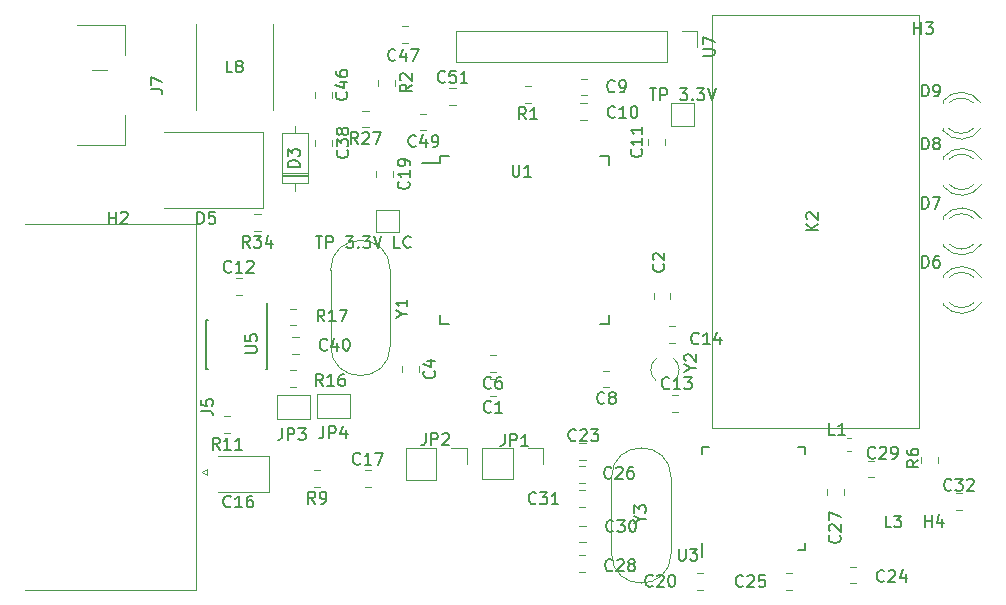
<source format=gto>
G04 #@! TF.GenerationSoftware,KiCad,Pcbnew,(6.0.0-rc1-dev-1561-g9cac0a38c)*
G04 #@! TF.CreationDate,2019-06-17T18:23:23+02:00
G04 #@! TF.ProjectId,canbox,63616e62-6f78-42e6-9b69-6361645f7063,rev?*
G04 #@! TF.SameCoordinates,Original*
G04 #@! TF.FileFunction,Legend,Top*
G04 #@! TF.FilePolarity,Positive*
%FSLAX46Y46*%
G04 Gerber Fmt 4.6, Leading zero omitted, Abs format (unit mm)*
G04 Created by KiCad (PCBNEW (6.0.0-rc1-dev-1561-g9cac0a38c)) date Mon 17 Jun 2019 06:23:23 PM CEST*
%MOMM*%
%LPD*%
G04 APERTURE LIST*
%ADD10C,0.120000*%
%ADD11C,0.150000*%
G04 APERTURE END LIST*
D10*
X57053400Y-114667200D02*
X59853400Y-114667200D01*
X59853400Y-114667200D02*
X59853400Y-116667200D01*
X59853400Y-116667200D02*
X57053400Y-116667200D01*
X57053400Y-116667200D02*
X57053400Y-114667200D01*
X53673400Y-114777200D02*
X56473400Y-114777200D01*
X56473400Y-114777200D02*
X56473400Y-116777200D01*
X56473400Y-116777200D02*
X53673400Y-116777200D01*
X53673400Y-116777200D02*
X53673400Y-114777200D01*
X53338800Y-90618800D02*
X53338800Y-83368800D01*
X46838800Y-83368800D02*
X46838800Y-90618800D01*
X49731452Y-116561800D02*
X49208948Y-116561800D01*
X49731452Y-117981800D02*
X49208948Y-117981800D01*
D11*
X89633400Y-127267200D02*
X89633400Y-128467200D01*
X98433400Y-127917200D02*
X97783400Y-127917200D01*
X98433400Y-127267200D02*
X98433400Y-127917200D01*
X98433400Y-119117200D02*
X97783400Y-119117200D01*
X98433400Y-119767200D02*
X98433400Y-119117200D01*
X89633400Y-119117200D02*
X90283400Y-119117200D01*
X89633400Y-119767200D02*
X89633400Y-119117200D01*
D10*
X57351452Y-121133800D02*
X56828948Y-121133800D01*
X57351452Y-122553800D02*
X56828948Y-122553800D01*
X61114148Y-122553800D02*
X61636652Y-122553800D01*
X61114148Y-121133800D02*
X61636652Y-121133800D01*
D11*
X67519000Y-95136000D02*
X65994000Y-95136000D01*
X81769000Y-94486000D02*
X81009000Y-94486000D01*
X81769000Y-108736000D02*
X81009000Y-108736000D01*
X67519000Y-108736000D02*
X68279000Y-108736000D01*
X67519000Y-94486000D02*
X68279000Y-94486000D01*
X67519000Y-108736000D02*
X67519000Y-107976000D01*
X81769000Y-108736000D02*
X81769000Y-107976000D01*
X81769000Y-94486000D02*
X81769000Y-95246000D01*
X67519000Y-94486000D02*
X67519000Y-95136000D01*
D10*
X52496800Y-98957200D02*
X44096800Y-98957200D01*
X52496800Y-92457200D02*
X44096800Y-92457200D01*
X52496800Y-92457200D02*
X52496800Y-98957200D01*
X53054000Y-119952800D02*
X48669000Y-119952800D01*
X53054000Y-122972800D02*
X53054000Y-119952800D01*
X48669000Y-122972800D02*
X53054000Y-122972800D01*
X90542600Y-117576000D02*
X108042600Y-117576000D01*
X90542600Y-82576000D02*
X90542600Y-117576000D01*
X108042600Y-82576000D02*
X90542600Y-82576000D01*
X108042600Y-117576000D02*
X108042600Y-82576000D01*
X79915652Y-87961400D02*
X79393148Y-87961400D01*
X79915652Y-89381400D02*
X79393148Y-89381400D01*
X47327725Y-121310000D02*
X47760738Y-121060000D01*
X47760738Y-121560000D02*
X47327725Y-121310000D01*
X47760738Y-121060000D02*
X47760738Y-121560000D01*
X46866400Y-131255000D02*
X32326400Y-131255000D01*
X46866400Y-100285000D02*
X46866400Y-131255000D01*
X32326400Y-100285000D02*
X46866400Y-100285000D01*
X52296852Y-99454900D02*
X51774348Y-99454900D01*
X52296852Y-100874900D02*
X51774348Y-100874900D01*
X69783000Y-119269200D02*
X69783000Y-120599200D01*
X68453000Y-119269200D02*
X69783000Y-119269200D01*
X67183000Y-119269200D02*
X67183000Y-121929200D01*
X67183000Y-121929200D02*
X64583000Y-121929200D01*
X67183000Y-119269200D02*
X64583000Y-119269200D01*
X64583000Y-119269200D02*
X64583000Y-121929200D01*
X61440852Y-90679200D02*
X60918348Y-90679200D01*
X61440852Y-92099200D02*
X60918348Y-92099200D01*
X87058400Y-121757200D02*
G75*
G03X82008400Y-121757200I-2525000J0D01*
G01*
X87058400Y-128157200D02*
G75*
G02X82008400Y-128157200I-2525000J0D01*
G01*
X87058400Y-128157200D02*
X87058400Y-121757200D01*
X82008400Y-128157200D02*
X82008400Y-121757200D01*
X85804937Y-113558617D02*
G75*
G02X85804656Y-111658400I732863J950217D01*
G01*
X87270663Y-113558617D02*
G75*
G03X87270944Y-111658400I-732863J950217D01*
G01*
X58231800Y-110585180D02*
G75*
G03X63281800Y-110585180I2525000J0D01*
G01*
X58231800Y-104185180D02*
G75*
G02X63281800Y-104185180I2525000J0D01*
G01*
X58231800Y-104185180D02*
X58231800Y-110585180D01*
X63281800Y-104185180D02*
X63281800Y-110585180D01*
X89290200Y-83937800D02*
X89290200Y-85267800D01*
X87960200Y-83937800D02*
X89290200Y-83937800D01*
X86690200Y-83937800D02*
X86690200Y-86597800D01*
X86690200Y-86597800D02*
X68850200Y-86597800D01*
X86690200Y-83937800D02*
X68850200Y-83937800D01*
X68850200Y-83937800D02*
X68850200Y-86597800D01*
D11*
X52817000Y-108364200D02*
X52817000Y-106964200D01*
X47717000Y-108364200D02*
X47717000Y-112514200D01*
X52867000Y-108364200D02*
X52867000Y-112514200D01*
X47717000Y-108364200D02*
X47862000Y-108364200D01*
X47717000Y-112514200D02*
X47862000Y-112514200D01*
X52867000Y-112514200D02*
X52722000Y-112514200D01*
X52867000Y-108364200D02*
X52817000Y-108364200D01*
D10*
X87083400Y-91950000D02*
X87083400Y-90050000D01*
X88983400Y-91950000D02*
X87083400Y-91950000D01*
X88983400Y-90050000D02*
X88983400Y-91950000D01*
X87083400Y-90050000D02*
X88983400Y-90050000D01*
X62083400Y-100967200D02*
X62083400Y-99067200D01*
X63983400Y-100967200D02*
X62083400Y-100967200D01*
X63983400Y-99067200D02*
X63983400Y-100967200D01*
X62083400Y-99067200D02*
X63983400Y-99067200D01*
X54805948Y-108863200D02*
X55328452Y-108863200D01*
X54805948Y-107443200D02*
X55328452Y-107443200D01*
X54752148Y-114037200D02*
X55274652Y-114037200D01*
X54752148Y-112617200D02*
X55274652Y-112617200D01*
X108256000Y-120024148D02*
X108256000Y-120546652D01*
X109676000Y-120024148D02*
X109676000Y-120546652D01*
X62282000Y-88054548D02*
X62282000Y-88577052D01*
X63702000Y-88054548D02*
X63702000Y-88577052D01*
X75200252Y-88596400D02*
X74677748Y-88596400D01*
X75200252Y-90016400D02*
X74677748Y-90016400D01*
X102318667Y-118438200D02*
X101976133Y-118438200D01*
X102318667Y-119458200D02*
X101976133Y-119458200D01*
X76234600Y-119243800D02*
X76234600Y-120573800D01*
X74904600Y-119243800D02*
X76234600Y-119243800D01*
X73634600Y-119243800D02*
X73634600Y-121903800D01*
X73634600Y-121903800D02*
X71034600Y-121903800D01*
X73634600Y-119243800D02*
X71034600Y-119243800D01*
X71034600Y-119243800D02*
X71034600Y-121903800D01*
X39270000Y-87230000D02*
X38000000Y-87230000D01*
X40820000Y-93580000D02*
X36730000Y-93580000D01*
X40820000Y-93580000D02*
X40820000Y-91040000D01*
X40820000Y-83420000D02*
X36730000Y-83420000D01*
X40820000Y-85960000D02*
X40820000Y-83420000D01*
X110047600Y-92189800D02*
X110047600Y-92345800D01*
X110047600Y-89873800D02*
X110047600Y-90029800D01*
X112648730Y-92189637D02*
G75*
G02X110566639Y-92189800I-1041130J1079837D01*
G01*
X112648730Y-90029963D02*
G75*
G03X110566639Y-90029800I-1041130J-1079837D01*
G01*
X113279935Y-92188408D02*
G75*
G02X110047600Y-92345316I-1672335J1078608D01*
G01*
X113279935Y-90031192D02*
G75*
G03X110047600Y-89874284I-1672335J-1078608D01*
G01*
X110093800Y-96945900D02*
X110093800Y-97101900D01*
X110093800Y-94629900D02*
X110093800Y-94785900D01*
X112694930Y-96945737D02*
G75*
G02X110612839Y-96945900I-1041130J1079837D01*
G01*
X112694930Y-94786063D02*
G75*
G03X110612839Y-94785900I-1041130J-1079837D01*
G01*
X113326135Y-96944508D02*
G75*
G02X110093800Y-97101416I-1672335J1078608D01*
G01*
X113326135Y-94787292D02*
G75*
G03X110093800Y-94630384I-1672335J-1078608D01*
G01*
X110093800Y-101981500D02*
X110093800Y-102137500D01*
X110093800Y-99665500D02*
X110093800Y-99821500D01*
X112694930Y-101981337D02*
G75*
G02X110612839Y-101981500I-1041130J1079837D01*
G01*
X112694930Y-99821663D02*
G75*
G03X110612839Y-99821500I-1041130J-1079837D01*
G01*
X113326135Y-101980108D02*
G75*
G02X110093800Y-102137016I-1672335J1078608D01*
G01*
X113326135Y-99822892D02*
G75*
G03X110093800Y-99665984I-1672335J-1078608D01*
G01*
X110093800Y-106945900D02*
X110093800Y-107101900D01*
X110093800Y-104629900D02*
X110093800Y-104785900D01*
X112694930Y-106945737D02*
G75*
G02X110612839Y-106945900I-1041130J1079837D01*
G01*
X112694930Y-104786063D02*
G75*
G03X110612839Y-104785900I-1041130J-1079837D01*
G01*
X113326135Y-106944508D02*
G75*
G02X110093800Y-107101416I-1672335J1078608D01*
G01*
X113326135Y-104787292D02*
G75*
G03X110093800Y-104630384I-1672335J-1078608D01*
G01*
X54086900Y-96236600D02*
X56326900Y-96236600D01*
X54086900Y-95996600D02*
X56326900Y-95996600D01*
X54086900Y-96116600D02*
X56326900Y-96116600D01*
X55206900Y-91946600D02*
X55206900Y-92596600D01*
X55206900Y-97486600D02*
X55206900Y-96836600D01*
X54086900Y-92596600D02*
X54086900Y-96836600D01*
X56326900Y-92596600D02*
X54086900Y-92596600D01*
X56326900Y-96836600D02*
X56326900Y-92596600D01*
X54086900Y-96836600D02*
X56326900Y-96836600D01*
X68293348Y-90219600D02*
X68815852Y-90219600D01*
X68293348Y-88799600D02*
X68815852Y-88799600D01*
X66344652Y-90932200D02*
X65822148Y-90932200D01*
X66344652Y-92352200D02*
X65822148Y-92352200D01*
X64245748Y-84911000D02*
X64768252Y-84911000D01*
X64245748Y-83491000D02*
X64768252Y-83491000D01*
X58368000Y-89584052D02*
X58368000Y-89061548D01*
X56948000Y-89584052D02*
X56948000Y-89061548D01*
X55000148Y-111250800D02*
X55522652Y-111250800D01*
X55000148Y-109830800D02*
X55522652Y-109830800D01*
X56922600Y-93143548D02*
X56922600Y-93666052D01*
X58342600Y-93143548D02*
X58342600Y-93666052D01*
X111682052Y-123089600D02*
X111159548Y-123089600D01*
X111682052Y-124509600D02*
X111159548Y-124509600D01*
X79769652Y-122807200D02*
X79247148Y-122807200D01*
X79769652Y-124227200D02*
X79247148Y-124227200D01*
X79819652Y-125807200D02*
X79297148Y-125807200D01*
X79819652Y-127227200D02*
X79297148Y-127227200D01*
X103747148Y-121727200D02*
X104269652Y-121727200D01*
X103747148Y-120307200D02*
X104269652Y-120307200D01*
X79769652Y-128307200D02*
X79247148Y-128307200D01*
X79769652Y-129727200D02*
X79247148Y-129727200D01*
X101675000Y-123264452D02*
X101675000Y-122741948D01*
X100255000Y-123264452D02*
X100255000Y-122741948D01*
X79769652Y-120807200D02*
X79247148Y-120807200D01*
X79769652Y-122227200D02*
X79247148Y-122227200D01*
X96747148Y-131227200D02*
X97269652Y-131227200D01*
X96747148Y-129807200D02*
X97269652Y-129807200D01*
X102704532Y-129289740D02*
X102182028Y-129289740D01*
X102704532Y-130709740D02*
X102182028Y-130709740D01*
X79819652Y-118807200D02*
X79297148Y-118807200D01*
X79819652Y-120227200D02*
X79297148Y-120227200D01*
X89769652Y-129807200D02*
X89247148Y-129807200D01*
X89769652Y-131227200D02*
X89247148Y-131227200D01*
X62104200Y-95776148D02*
X62104200Y-96298652D01*
X63524200Y-95776148D02*
X63524200Y-96298652D01*
X86889848Y-110336400D02*
X87412352Y-110336400D01*
X86889848Y-108916400D02*
X87412352Y-108916400D01*
X87093048Y-116165700D02*
X87615552Y-116165700D01*
X87093048Y-114745700D02*
X87615552Y-114745700D01*
X50183148Y-106297800D02*
X50705652Y-106297800D01*
X50183148Y-104877800D02*
X50705652Y-104877800D01*
X86543400Y-93578452D02*
X86543400Y-93055948D01*
X85123400Y-93578452D02*
X85123400Y-93055948D01*
X79899252Y-90069600D02*
X79376748Y-90069600D01*
X79899252Y-91489600D02*
X79376748Y-91489600D01*
X81839592Y-112698460D02*
X81317088Y-112698460D01*
X81839592Y-114118460D02*
X81317088Y-114118460D01*
X72235852Y-111405600D02*
X71713348Y-111405600D01*
X72235852Y-112825600D02*
X71713348Y-112825600D01*
X64273400Y-112305948D02*
X64273400Y-112828452D01*
X65693400Y-112305948D02*
X65693400Y-112828452D01*
X85573800Y-106113948D02*
X85573800Y-106636452D01*
X86993800Y-106113948D02*
X86993800Y-106636452D01*
X72228452Y-113437600D02*
X71705948Y-113437600D01*
X72228452Y-114857600D02*
X71705948Y-114857600D01*
D11*
X57620066Y-117419580D02*
X57620066Y-118133866D01*
X57572447Y-118276723D01*
X57477209Y-118371961D01*
X57334352Y-118419580D01*
X57239114Y-118419580D01*
X58096257Y-118419580D02*
X58096257Y-117419580D01*
X58477209Y-117419580D01*
X58572447Y-117467200D01*
X58620066Y-117514819D01*
X58667685Y-117610057D01*
X58667685Y-117752914D01*
X58620066Y-117848152D01*
X58572447Y-117895771D01*
X58477209Y-117943390D01*
X58096257Y-117943390D01*
X59524828Y-117752914D02*
X59524828Y-118419580D01*
X59286733Y-117371961D02*
X59048638Y-118086247D01*
X59667685Y-118086247D01*
X54120066Y-117569580D02*
X54120066Y-118283866D01*
X54072447Y-118426723D01*
X53977209Y-118521961D01*
X53834352Y-118569580D01*
X53739114Y-118569580D01*
X54596257Y-118569580D02*
X54596257Y-117569580D01*
X54977209Y-117569580D01*
X55072447Y-117617200D01*
X55120066Y-117664819D01*
X55167685Y-117760057D01*
X55167685Y-117902914D01*
X55120066Y-117998152D01*
X55072447Y-118045771D01*
X54977209Y-118093390D01*
X54596257Y-118093390D01*
X55501019Y-117569580D02*
X56120066Y-117569580D01*
X55786733Y-117950533D01*
X55929590Y-117950533D01*
X56024828Y-117998152D01*
X56072447Y-118045771D01*
X56120066Y-118141009D01*
X56120066Y-118379104D01*
X56072447Y-118474342D01*
X56024828Y-118521961D01*
X55929590Y-118569580D01*
X55643876Y-118569580D01*
X55548638Y-118521961D01*
X55501019Y-118474342D01*
X49922133Y-87446180D02*
X49445942Y-87446180D01*
X49445942Y-86446180D01*
X50398323Y-86874752D02*
X50303085Y-86827133D01*
X50255466Y-86779514D01*
X50207847Y-86684276D01*
X50207847Y-86636657D01*
X50255466Y-86541419D01*
X50303085Y-86493800D01*
X50398323Y-86446180D01*
X50588800Y-86446180D01*
X50684038Y-86493800D01*
X50731657Y-86541419D01*
X50779276Y-86636657D01*
X50779276Y-86684276D01*
X50731657Y-86779514D01*
X50684038Y-86827133D01*
X50588800Y-86874752D01*
X50398323Y-86874752D01*
X50303085Y-86922371D01*
X50255466Y-86969990D01*
X50207847Y-87065228D01*
X50207847Y-87255704D01*
X50255466Y-87350942D01*
X50303085Y-87398561D01*
X50398323Y-87446180D01*
X50588800Y-87446180D01*
X50684038Y-87398561D01*
X50731657Y-87350942D01*
X50779276Y-87255704D01*
X50779276Y-87065228D01*
X50731657Y-86969990D01*
X50684038Y-86922371D01*
X50588800Y-86874752D01*
X48827342Y-119374180D02*
X48494009Y-118897990D01*
X48255914Y-119374180D02*
X48255914Y-118374180D01*
X48636866Y-118374180D01*
X48732104Y-118421800D01*
X48779723Y-118469419D01*
X48827342Y-118564657D01*
X48827342Y-118707514D01*
X48779723Y-118802752D01*
X48732104Y-118850371D01*
X48636866Y-118897990D01*
X48255914Y-118897990D01*
X49779723Y-119374180D02*
X49208295Y-119374180D01*
X49494009Y-119374180D02*
X49494009Y-118374180D01*
X49398771Y-118517038D01*
X49303533Y-118612276D01*
X49208295Y-118659895D01*
X50732104Y-119374180D02*
X50160676Y-119374180D01*
X50446390Y-119374180D02*
X50446390Y-118374180D01*
X50351152Y-118517038D01*
X50255914Y-118612276D01*
X50160676Y-118659895D01*
X87706295Y-127773180D02*
X87706295Y-128582704D01*
X87753914Y-128677942D01*
X87801533Y-128725561D01*
X87896771Y-128773180D01*
X88087247Y-128773180D01*
X88182485Y-128725561D01*
X88230104Y-128677942D01*
X88277723Y-128582704D01*
X88277723Y-127773180D01*
X88658676Y-127773180D02*
X89277723Y-127773180D01*
X88944390Y-128154133D01*
X89087247Y-128154133D01*
X89182485Y-128201752D01*
X89230104Y-128249371D01*
X89277723Y-128344609D01*
X89277723Y-128582704D01*
X89230104Y-128677942D01*
X89182485Y-128725561D01*
X89087247Y-128773180D01*
X88801533Y-128773180D01*
X88706295Y-128725561D01*
X88658676Y-128677942D01*
X56923533Y-123946180D02*
X56590200Y-123469990D01*
X56352104Y-123946180D02*
X56352104Y-122946180D01*
X56733057Y-122946180D01*
X56828295Y-122993800D01*
X56875914Y-123041419D01*
X56923533Y-123136657D01*
X56923533Y-123279514D01*
X56875914Y-123374752D01*
X56828295Y-123422371D01*
X56733057Y-123469990D01*
X56352104Y-123469990D01*
X57399723Y-123946180D02*
X57590200Y-123946180D01*
X57685438Y-123898561D01*
X57733057Y-123850942D01*
X57828295Y-123708085D01*
X57875914Y-123517609D01*
X57875914Y-123136657D01*
X57828295Y-123041419D01*
X57780676Y-122993800D01*
X57685438Y-122946180D01*
X57494961Y-122946180D01*
X57399723Y-122993800D01*
X57352104Y-123041419D01*
X57304485Y-123136657D01*
X57304485Y-123374752D01*
X57352104Y-123469990D01*
X57399723Y-123517609D01*
X57494961Y-123565228D01*
X57685438Y-123565228D01*
X57780676Y-123517609D01*
X57828295Y-123469990D01*
X57875914Y-123374752D01*
X60732542Y-120550942D02*
X60684923Y-120598561D01*
X60542066Y-120646180D01*
X60446828Y-120646180D01*
X60303971Y-120598561D01*
X60208733Y-120503323D01*
X60161114Y-120408085D01*
X60113495Y-120217609D01*
X60113495Y-120074752D01*
X60161114Y-119884276D01*
X60208733Y-119789038D01*
X60303971Y-119693800D01*
X60446828Y-119646180D01*
X60542066Y-119646180D01*
X60684923Y-119693800D01*
X60732542Y-119741419D01*
X61684923Y-120646180D02*
X61113495Y-120646180D01*
X61399209Y-120646180D02*
X61399209Y-119646180D01*
X61303971Y-119789038D01*
X61208733Y-119884276D01*
X61113495Y-119931895D01*
X62018257Y-119646180D02*
X62684923Y-119646180D01*
X62256352Y-120646180D01*
X73634695Y-95261180D02*
X73634695Y-96070704D01*
X73682314Y-96165942D01*
X73729933Y-96213561D01*
X73825171Y-96261180D01*
X74015647Y-96261180D01*
X74110885Y-96213561D01*
X74158504Y-96165942D01*
X74206123Y-96070704D01*
X74206123Y-95261180D01*
X75206123Y-96261180D02*
X74634695Y-96261180D01*
X74920409Y-96261180D02*
X74920409Y-95261180D01*
X74825171Y-95404038D01*
X74729933Y-95499276D01*
X74634695Y-95546895D01*
X46958704Y-100259580D02*
X46958704Y-99259580D01*
X47196800Y-99259580D01*
X47339657Y-99307200D01*
X47434895Y-99402438D01*
X47482514Y-99497676D01*
X47530133Y-99688152D01*
X47530133Y-99831009D01*
X47482514Y-100021485D01*
X47434895Y-100116723D01*
X47339657Y-100211961D01*
X47196800Y-100259580D01*
X46958704Y-100259580D01*
X48434895Y-99259580D02*
X47958704Y-99259580D01*
X47911085Y-99735771D01*
X47958704Y-99688152D01*
X48053942Y-99640533D01*
X48292038Y-99640533D01*
X48387276Y-99688152D01*
X48434895Y-99735771D01*
X48482514Y-99831009D01*
X48482514Y-100069104D01*
X48434895Y-100164342D01*
X48387276Y-100211961D01*
X48292038Y-100259580D01*
X48053942Y-100259580D01*
X47958704Y-100211961D01*
X47911085Y-100164342D01*
X49776142Y-124169942D02*
X49728523Y-124217561D01*
X49585666Y-124265180D01*
X49490428Y-124265180D01*
X49347571Y-124217561D01*
X49252333Y-124122323D01*
X49204714Y-124027085D01*
X49157095Y-123836609D01*
X49157095Y-123693752D01*
X49204714Y-123503276D01*
X49252333Y-123408038D01*
X49347571Y-123312800D01*
X49490428Y-123265180D01*
X49585666Y-123265180D01*
X49728523Y-123312800D01*
X49776142Y-123360419D01*
X50728523Y-124265180D02*
X50157095Y-124265180D01*
X50442809Y-124265180D02*
X50442809Y-123265180D01*
X50347571Y-123408038D01*
X50252333Y-123503276D01*
X50157095Y-123550895D01*
X51585666Y-123265180D02*
X51395190Y-123265180D01*
X51299952Y-123312800D01*
X51252333Y-123360419D01*
X51157095Y-123503276D01*
X51109476Y-123693752D01*
X51109476Y-124074704D01*
X51157095Y-124169942D01*
X51204714Y-124217561D01*
X51299952Y-124265180D01*
X51490428Y-124265180D01*
X51585666Y-124217561D01*
X51633285Y-124169942D01*
X51680904Y-124074704D01*
X51680904Y-123836609D01*
X51633285Y-123741371D01*
X51585666Y-123693752D01*
X51490428Y-123646133D01*
X51299952Y-123646133D01*
X51204714Y-123693752D01*
X51157095Y-123741371D01*
X51109476Y-123836609D01*
X99494980Y-100814095D02*
X98494980Y-100814095D01*
X99494980Y-100242666D02*
X98923552Y-100671238D01*
X98494980Y-100242666D02*
X99066409Y-100814095D01*
X98590219Y-99861714D02*
X98542600Y-99814095D01*
X98494980Y-99718857D01*
X98494980Y-99480761D01*
X98542600Y-99385523D01*
X98590219Y-99337904D01*
X98685457Y-99290285D01*
X98780695Y-99290285D01*
X98923552Y-99337904D01*
X99494980Y-99909333D01*
X99494980Y-99290285D01*
X82266733Y-89014342D02*
X82219114Y-89061961D01*
X82076257Y-89109580D01*
X81981019Y-89109580D01*
X81838161Y-89061961D01*
X81742923Y-88966723D01*
X81695304Y-88871485D01*
X81647685Y-88681009D01*
X81647685Y-88538152D01*
X81695304Y-88347676D01*
X81742923Y-88252438D01*
X81838161Y-88157200D01*
X81981019Y-88109580D01*
X82076257Y-88109580D01*
X82219114Y-88157200D01*
X82266733Y-88204819D01*
X82742923Y-89109580D02*
X82933400Y-89109580D01*
X83028638Y-89061961D01*
X83076257Y-89014342D01*
X83171495Y-88871485D01*
X83219114Y-88681009D01*
X83219114Y-88300057D01*
X83171495Y-88204819D01*
X83123876Y-88157200D01*
X83028638Y-88109580D01*
X82838161Y-88109580D01*
X82742923Y-88157200D01*
X82695304Y-88204819D01*
X82647685Y-88300057D01*
X82647685Y-88538152D01*
X82695304Y-88633390D01*
X82742923Y-88681009D01*
X82838161Y-88728628D01*
X83028638Y-88728628D01*
X83123876Y-88681009D01*
X83171495Y-88633390D01*
X83219114Y-88538152D01*
X47258780Y-116103333D02*
X47973066Y-116103333D01*
X48115923Y-116150952D01*
X48211161Y-116246190D01*
X48258780Y-116389047D01*
X48258780Y-116484285D01*
X47258780Y-115150952D02*
X47258780Y-115627142D01*
X47734971Y-115674761D01*
X47687352Y-115627142D01*
X47639733Y-115531904D01*
X47639733Y-115293809D01*
X47687352Y-115198571D01*
X47734971Y-115150952D01*
X47830209Y-115103333D01*
X48068304Y-115103333D01*
X48163542Y-115150952D01*
X48211161Y-115198571D01*
X48258780Y-115293809D01*
X48258780Y-115531904D01*
X48211161Y-115627142D01*
X48163542Y-115674761D01*
X51392742Y-102267280D02*
X51059409Y-101791090D01*
X50821314Y-102267280D02*
X50821314Y-101267280D01*
X51202266Y-101267280D01*
X51297504Y-101314900D01*
X51345123Y-101362519D01*
X51392742Y-101457757D01*
X51392742Y-101600614D01*
X51345123Y-101695852D01*
X51297504Y-101743471D01*
X51202266Y-101791090D01*
X50821314Y-101791090D01*
X51726076Y-101267280D02*
X52345123Y-101267280D01*
X52011790Y-101648233D01*
X52154647Y-101648233D01*
X52249885Y-101695852D01*
X52297504Y-101743471D01*
X52345123Y-101838709D01*
X52345123Y-102076804D01*
X52297504Y-102172042D01*
X52249885Y-102219661D01*
X52154647Y-102267280D01*
X51868933Y-102267280D01*
X51773695Y-102219661D01*
X51726076Y-102172042D01*
X53202266Y-101600614D02*
X53202266Y-102267280D01*
X52964171Y-101219661D02*
X52726076Y-101933947D01*
X53345123Y-101933947D01*
X66273466Y-117998580D02*
X66273466Y-118712866D01*
X66225847Y-118855723D01*
X66130609Y-118950961D01*
X65987752Y-118998580D01*
X65892514Y-118998580D01*
X66749657Y-118998580D02*
X66749657Y-117998580D01*
X67130609Y-117998580D01*
X67225847Y-118046200D01*
X67273466Y-118093819D01*
X67321085Y-118189057D01*
X67321085Y-118331914D01*
X67273466Y-118427152D01*
X67225847Y-118474771D01*
X67130609Y-118522390D01*
X66749657Y-118522390D01*
X67702038Y-118093819D02*
X67749657Y-118046200D01*
X67844895Y-117998580D01*
X68082990Y-117998580D01*
X68178228Y-118046200D01*
X68225847Y-118093819D01*
X68273466Y-118189057D01*
X68273466Y-118284295D01*
X68225847Y-118427152D01*
X67654419Y-118998580D01*
X68273466Y-118998580D01*
X60536742Y-93491580D02*
X60203409Y-93015390D01*
X59965314Y-93491580D02*
X59965314Y-92491580D01*
X60346266Y-92491580D01*
X60441504Y-92539200D01*
X60489123Y-92586819D01*
X60536742Y-92682057D01*
X60536742Y-92824914D01*
X60489123Y-92920152D01*
X60441504Y-92967771D01*
X60346266Y-93015390D01*
X59965314Y-93015390D01*
X60917695Y-92586819D02*
X60965314Y-92539200D01*
X61060552Y-92491580D01*
X61298647Y-92491580D01*
X61393885Y-92539200D01*
X61441504Y-92586819D01*
X61489123Y-92682057D01*
X61489123Y-92777295D01*
X61441504Y-92920152D01*
X60870076Y-93491580D01*
X61489123Y-93491580D01*
X61822457Y-92491580D02*
X62489123Y-92491580D01*
X62060552Y-93491580D01*
X108541495Y-125909580D02*
X108541495Y-124909580D01*
X108541495Y-125385771D02*
X109112923Y-125385771D01*
X109112923Y-125909580D02*
X109112923Y-124909580D01*
X110017685Y-125242914D02*
X110017685Y-125909580D01*
X109779590Y-124861961D02*
X109541495Y-125576247D01*
X110160542Y-125576247D01*
X107645295Y-84196180D02*
X107645295Y-83196180D01*
X107645295Y-83672371D02*
X108216723Y-83672371D01*
X108216723Y-84196180D02*
X108216723Y-83196180D01*
X108597676Y-83196180D02*
X109216723Y-83196180D01*
X108883390Y-83577133D01*
X109026247Y-83577133D01*
X109121485Y-83624752D01*
X109169104Y-83672371D01*
X109216723Y-83767609D01*
X109216723Y-84005704D01*
X109169104Y-84100942D01*
X109121485Y-84148561D01*
X109026247Y-84196180D01*
X108740533Y-84196180D01*
X108645295Y-84148561D01*
X108597676Y-84100942D01*
X39466070Y-100255405D02*
X39466070Y-99255405D01*
X39466070Y-99731596D02*
X40037498Y-99731596D01*
X40037498Y-100255405D02*
X40037498Y-99255405D01*
X40466070Y-99350644D02*
X40513689Y-99303025D01*
X40608927Y-99255405D01*
X40847022Y-99255405D01*
X40942260Y-99303025D01*
X40989879Y-99350644D01*
X41037498Y-99445882D01*
X41037498Y-99541120D01*
X40989879Y-99683977D01*
X40418451Y-100255405D01*
X41037498Y-100255405D01*
X84456590Y-125291790D02*
X84932780Y-125291790D01*
X83932780Y-125625123D02*
X84456590Y-125291790D01*
X83932780Y-124958457D01*
X83932780Y-124720361D02*
X83932780Y-124101314D01*
X84313733Y-124434647D01*
X84313733Y-124291790D01*
X84361352Y-124196552D01*
X84408971Y-124148933D01*
X84504209Y-124101314D01*
X84742304Y-124101314D01*
X84837542Y-124148933D01*
X84885161Y-124196552D01*
X84932780Y-124291790D01*
X84932780Y-124577504D01*
X84885161Y-124672742D01*
X84837542Y-124720361D01*
X88713990Y-112493390D02*
X89190180Y-112493390D01*
X88190180Y-112826723D02*
X88713990Y-112493390D01*
X88190180Y-112160057D01*
X88285419Y-111874342D02*
X88237800Y-111826723D01*
X88190180Y-111731485D01*
X88190180Y-111493390D01*
X88237800Y-111398152D01*
X88285419Y-111350533D01*
X88380657Y-111302914D01*
X88475895Y-111302914D01*
X88618752Y-111350533D01*
X89190180Y-111921961D01*
X89190180Y-111302914D01*
X64257990Y-107861370D02*
X64734180Y-107861370D01*
X63734180Y-108194703D02*
X64257990Y-107861370D01*
X63734180Y-107528037D01*
X64734180Y-106670894D02*
X64734180Y-107242322D01*
X64734180Y-106956608D02*
X63734180Y-106956608D01*
X63877038Y-107051846D01*
X63972276Y-107147084D01*
X64019895Y-107242322D01*
X89742580Y-86029704D02*
X90552104Y-86029704D01*
X90647342Y-85982085D01*
X90694961Y-85934466D01*
X90742580Y-85839228D01*
X90742580Y-85648752D01*
X90694961Y-85553514D01*
X90647342Y-85505895D01*
X90552104Y-85458276D01*
X89742580Y-85458276D01*
X89742580Y-85077323D02*
X89742580Y-84410657D01*
X90742580Y-84839228D01*
X50985780Y-111201104D02*
X51795304Y-111201104D01*
X51890542Y-111153485D01*
X51938161Y-111105866D01*
X51985780Y-111010628D01*
X51985780Y-110820152D01*
X51938161Y-110724914D01*
X51890542Y-110677295D01*
X51795304Y-110629676D01*
X50985780Y-110629676D01*
X50985780Y-109677295D02*
X50985780Y-110153485D01*
X51461971Y-110201104D01*
X51414352Y-110153485D01*
X51366733Y-110058247D01*
X51366733Y-109820152D01*
X51414352Y-109724914D01*
X51461971Y-109677295D01*
X51557209Y-109629676D01*
X51795304Y-109629676D01*
X51890542Y-109677295D01*
X51938161Y-109724914D01*
X51985780Y-109820152D01*
X51985780Y-110058247D01*
X51938161Y-110153485D01*
X51890542Y-110201104D01*
X85247685Y-88804380D02*
X85819114Y-88804380D01*
X85533400Y-89804380D02*
X85533400Y-88804380D01*
X86152447Y-89804380D02*
X86152447Y-88804380D01*
X86533400Y-88804380D01*
X86628638Y-88852000D01*
X86676257Y-88899619D01*
X86723876Y-88994857D01*
X86723876Y-89137714D01*
X86676257Y-89232952D01*
X86628638Y-89280571D01*
X86533400Y-89328190D01*
X86152447Y-89328190D01*
X87819114Y-88804380D02*
X88438161Y-88804380D01*
X88104828Y-89185333D01*
X88247685Y-89185333D01*
X88342923Y-89232952D01*
X88390542Y-89280571D01*
X88438161Y-89375809D01*
X88438161Y-89613904D01*
X88390542Y-89709142D01*
X88342923Y-89756761D01*
X88247685Y-89804380D01*
X87961971Y-89804380D01*
X87866733Y-89756761D01*
X87819114Y-89709142D01*
X88866733Y-89709142D02*
X88914352Y-89756761D01*
X88866733Y-89804380D01*
X88819114Y-89756761D01*
X88866733Y-89709142D01*
X88866733Y-89804380D01*
X89247685Y-88804380D02*
X89866733Y-88804380D01*
X89533400Y-89185333D01*
X89676257Y-89185333D01*
X89771495Y-89232952D01*
X89819114Y-89280571D01*
X89866733Y-89375809D01*
X89866733Y-89613904D01*
X89819114Y-89709142D01*
X89771495Y-89756761D01*
X89676257Y-89804380D01*
X89390542Y-89804380D01*
X89295304Y-89756761D01*
X89247685Y-89709142D01*
X90152447Y-88804380D02*
X90485780Y-89804380D01*
X90819114Y-88804380D01*
X56961971Y-101309580D02*
X57533400Y-101309580D01*
X57247685Y-102309580D02*
X57247685Y-101309580D01*
X57866733Y-102309580D02*
X57866733Y-101309580D01*
X58247685Y-101309580D01*
X58342923Y-101357200D01*
X58390542Y-101404819D01*
X58438161Y-101500057D01*
X58438161Y-101642914D01*
X58390542Y-101738152D01*
X58342923Y-101785771D01*
X58247685Y-101833390D01*
X57866733Y-101833390D01*
X59533400Y-101309580D02*
X60152447Y-101309580D01*
X59819114Y-101690533D01*
X59961971Y-101690533D01*
X60057209Y-101738152D01*
X60104828Y-101785771D01*
X60152447Y-101881009D01*
X60152447Y-102119104D01*
X60104828Y-102214342D01*
X60057209Y-102261961D01*
X59961971Y-102309580D01*
X59676257Y-102309580D01*
X59581019Y-102261961D01*
X59533400Y-102214342D01*
X60581019Y-102214342D02*
X60628638Y-102261961D01*
X60581019Y-102309580D01*
X60533400Y-102261961D01*
X60581019Y-102214342D01*
X60581019Y-102309580D01*
X60961971Y-101309580D02*
X61581019Y-101309580D01*
X61247685Y-101690533D01*
X61390542Y-101690533D01*
X61485780Y-101738152D01*
X61533400Y-101785771D01*
X61581019Y-101881009D01*
X61581019Y-102119104D01*
X61533400Y-102214342D01*
X61485780Y-102261961D01*
X61390542Y-102309580D01*
X61104828Y-102309580D01*
X61009590Y-102261961D01*
X60961971Y-102214342D01*
X61866733Y-101309580D02*
X62200066Y-102309580D01*
X62533400Y-101309580D01*
X64104828Y-102309580D02*
X63628638Y-102309580D01*
X63628638Y-101309580D01*
X65009590Y-102214342D02*
X64961971Y-102261961D01*
X64819114Y-102309580D01*
X64723876Y-102309580D01*
X64581019Y-102261961D01*
X64485780Y-102166723D01*
X64438161Y-102071485D01*
X64390542Y-101881009D01*
X64390542Y-101738152D01*
X64438161Y-101547676D01*
X64485780Y-101452438D01*
X64581019Y-101357200D01*
X64723876Y-101309580D01*
X64819114Y-101309580D01*
X64961971Y-101357200D01*
X65009590Y-101404819D01*
X57700942Y-108529380D02*
X57367609Y-108053190D01*
X57129514Y-108529380D02*
X57129514Y-107529380D01*
X57510466Y-107529380D01*
X57605704Y-107577000D01*
X57653323Y-107624619D01*
X57700942Y-107719857D01*
X57700942Y-107862714D01*
X57653323Y-107957952D01*
X57605704Y-108005571D01*
X57510466Y-108053190D01*
X57129514Y-108053190D01*
X58653323Y-108529380D02*
X58081895Y-108529380D01*
X58367609Y-108529380D02*
X58367609Y-107529380D01*
X58272371Y-107672238D01*
X58177133Y-107767476D01*
X58081895Y-107815095D01*
X58986657Y-107529380D02*
X59653323Y-107529380D01*
X59224752Y-108529380D01*
X57561942Y-113982780D02*
X57228609Y-113506590D01*
X56990514Y-113982780D02*
X56990514Y-112982780D01*
X57371466Y-112982780D01*
X57466704Y-113030400D01*
X57514323Y-113078019D01*
X57561942Y-113173257D01*
X57561942Y-113316114D01*
X57514323Y-113411352D01*
X57466704Y-113458971D01*
X57371466Y-113506590D01*
X56990514Y-113506590D01*
X58514323Y-113982780D02*
X57942895Y-113982780D01*
X58228609Y-113982780D02*
X58228609Y-112982780D01*
X58133371Y-113125638D01*
X58038133Y-113220876D01*
X57942895Y-113268495D01*
X59371466Y-112982780D02*
X59180990Y-112982780D01*
X59085752Y-113030400D01*
X59038133Y-113078019D01*
X58942895Y-113220876D01*
X58895276Y-113411352D01*
X58895276Y-113792304D01*
X58942895Y-113887542D01*
X58990514Y-113935161D01*
X59085752Y-113982780D01*
X59276228Y-113982780D01*
X59371466Y-113935161D01*
X59419085Y-113887542D01*
X59466704Y-113792304D01*
X59466704Y-113554209D01*
X59419085Y-113458971D01*
X59371466Y-113411352D01*
X59276228Y-113363733D01*
X59085752Y-113363733D01*
X58990514Y-113411352D01*
X58942895Y-113458971D01*
X58895276Y-113554209D01*
X107995980Y-120257866D02*
X107519790Y-120591200D01*
X107995980Y-120829295D02*
X106995980Y-120829295D01*
X106995980Y-120448342D01*
X107043600Y-120353104D01*
X107091219Y-120305485D01*
X107186457Y-120257866D01*
X107329314Y-120257866D01*
X107424552Y-120305485D01*
X107472171Y-120353104D01*
X107519790Y-120448342D01*
X107519790Y-120829295D01*
X106995980Y-119400723D02*
X106995980Y-119591200D01*
X107043600Y-119686438D01*
X107091219Y-119734057D01*
X107234076Y-119829295D01*
X107424552Y-119876914D01*
X107805504Y-119876914D01*
X107900742Y-119829295D01*
X107948361Y-119781676D01*
X107995980Y-119686438D01*
X107995980Y-119495961D01*
X107948361Y-119400723D01*
X107900742Y-119353104D01*
X107805504Y-119305485D01*
X107567409Y-119305485D01*
X107472171Y-119353104D01*
X107424552Y-119400723D01*
X107376933Y-119495961D01*
X107376933Y-119686438D01*
X107424552Y-119781676D01*
X107472171Y-119829295D01*
X107567409Y-119876914D01*
X65094380Y-88482466D02*
X64618190Y-88815800D01*
X65094380Y-89053895D02*
X64094380Y-89053895D01*
X64094380Y-88672942D01*
X64142000Y-88577704D01*
X64189619Y-88530085D01*
X64284857Y-88482466D01*
X64427714Y-88482466D01*
X64522952Y-88530085D01*
X64570571Y-88577704D01*
X64618190Y-88672942D01*
X64618190Y-89053895D01*
X64189619Y-88101514D02*
X64142000Y-88053895D01*
X64094380Y-87958657D01*
X64094380Y-87720561D01*
X64142000Y-87625323D01*
X64189619Y-87577704D01*
X64284857Y-87530085D01*
X64380095Y-87530085D01*
X64522952Y-87577704D01*
X65094380Y-88149133D01*
X65094380Y-87530085D01*
X74772333Y-91408780D02*
X74439000Y-90932590D01*
X74200904Y-91408780D02*
X74200904Y-90408780D01*
X74581857Y-90408780D01*
X74677095Y-90456400D01*
X74724714Y-90504019D01*
X74772333Y-90599257D01*
X74772333Y-90742114D01*
X74724714Y-90837352D01*
X74677095Y-90884971D01*
X74581857Y-90932590D01*
X74200904Y-90932590D01*
X75724714Y-91408780D02*
X75153285Y-91408780D01*
X75439000Y-91408780D02*
X75439000Y-90408780D01*
X75343761Y-90551638D01*
X75248523Y-90646876D01*
X75153285Y-90694495D01*
X105690573Y-125964780D02*
X105214382Y-125964780D01*
X105214382Y-124964780D01*
X105928668Y-124964780D02*
X106547716Y-124964780D01*
X106214382Y-125345733D01*
X106357240Y-125345733D01*
X106452478Y-125393352D01*
X106500097Y-125440971D01*
X106547716Y-125536209D01*
X106547716Y-125774304D01*
X106500097Y-125869542D01*
X106452478Y-125917161D01*
X106357240Y-125964780D01*
X106071525Y-125964780D01*
X105976287Y-125917161D01*
X105928668Y-125869542D01*
X100925333Y-118130580D02*
X100449142Y-118130580D01*
X100449142Y-117130580D01*
X101782476Y-118130580D02*
X101211047Y-118130580D01*
X101496761Y-118130580D02*
X101496761Y-117130580D01*
X101401523Y-117273438D01*
X101306285Y-117368676D01*
X101211047Y-117416295D01*
X72953666Y-118070380D02*
X72953666Y-118784666D01*
X72906047Y-118927523D01*
X72810809Y-119022761D01*
X72667952Y-119070380D01*
X72572714Y-119070380D01*
X73429857Y-119070380D02*
X73429857Y-118070380D01*
X73810809Y-118070380D01*
X73906047Y-118118000D01*
X73953666Y-118165619D01*
X74001285Y-118260857D01*
X74001285Y-118403714D01*
X73953666Y-118498952D01*
X73906047Y-118546571D01*
X73810809Y-118594190D01*
X73429857Y-118594190D01*
X74953666Y-119070380D02*
X74382238Y-119070380D01*
X74667952Y-119070380D02*
X74667952Y-118070380D01*
X74572714Y-118213238D01*
X74477476Y-118308476D01*
X74382238Y-118356095D01*
X42985780Y-88850533D02*
X43700066Y-88850533D01*
X43842923Y-88898152D01*
X43938161Y-88993390D01*
X43985780Y-89136247D01*
X43985780Y-89231485D01*
X42985780Y-88469580D02*
X42985780Y-87802914D01*
X43985780Y-88231485D01*
X108295304Y-89469580D02*
X108295304Y-88469580D01*
X108533400Y-88469580D01*
X108676257Y-88517200D01*
X108771495Y-88612438D01*
X108819114Y-88707676D01*
X108866733Y-88898152D01*
X108866733Y-89041009D01*
X108819114Y-89231485D01*
X108771495Y-89326723D01*
X108676257Y-89421961D01*
X108533400Y-89469580D01*
X108295304Y-89469580D01*
X109342923Y-89469580D02*
X109533400Y-89469580D01*
X109628638Y-89421961D01*
X109676257Y-89374342D01*
X109771495Y-89231485D01*
X109819114Y-89041009D01*
X109819114Y-88660057D01*
X109771495Y-88564819D01*
X109723876Y-88517200D01*
X109628638Y-88469580D01*
X109438161Y-88469580D01*
X109342923Y-88517200D01*
X109295304Y-88564819D01*
X109247685Y-88660057D01*
X109247685Y-88898152D01*
X109295304Y-88993390D01*
X109342923Y-89041009D01*
X109438161Y-89088628D01*
X109628638Y-89088628D01*
X109723876Y-89041009D01*
X109771495Y-88993390D01*
X109819114Y-88898152D01*
X108295304Y-93969580D02*
X108295304Y-92969580D01*
X108533400Y-92969580D01*
X108676257Y-93017200D01*
X108771495Y-93112438D01*
X108819114Y-93207676D01*
X108866733Y-93398152D01*
X108866733Y-93541009D01*
X108819114Y-93731485D01*
X108771495Y-93826723D01*
X108676257Y-93921961D01*
X108533400Y-93969580D01*
X108295304Y-93969580D01*
X109438161Y-93398152D02*
X109342923Y-93350533D01*
X109295304Y-93302914D01*
X109247685Y-93207676D01*
X109247685Y-93160057D01*
X109295304Y-93064819D01*
X109342923Y-93017200D01*
X109438161Y-92969580D01*
X109628638Y-92969580D01*
X109723876Y-93017200D01*
X109771495Y-93064819D01*
X109819114Y-93160057D01*
X109819114Y-93207676D01*
X109771495Y-93302914D01*
X109723876Y-93350533D01*
X109628638Y-93398152D01*
X109438161Y-93398152D01*
X109342923Y-93445771D01*
X109295304Y-93493390D01*
X109247685Y-93588628D01*
X109247685Y-93779104D01*
X109295304Y-93874342D01*
X109342923Y-93921961D01*
X109438161Y-93969580D01*
X109628638Y-93969580D01*
X109723876Y-93921961D01*
X109771495Y-93874342D01*
X109819114Y-93779104D01*
X109819114Y-93588628D01*
X109771495Y-93493390D01*
X109723876Y-93445771D01*
X109628638Y-93398152D01*
X108295304Y-98969580D02*
X108295304Y-97969580D01*
X108533400Y-97969580D01*
X108676257Y-98017200D01*
X108771495Y-98112438D01*
X108819114Y-98207676D01*
X108866733Y-98398152D01*
X108866733Y-98541009D01*
X108819114Y-98731485D01*
X108771495Y-98826723D01*
X108676257Y-98921961D01*
X108533400Y-98969580D01*
X108295304Y-98969580D01*
X109200066Y-97969580D02*
X109866733Y-97969580D01*
X109438161Y-98969580D01*
X108295304Y-103969580D02*
X108295304Y-102969580D01*
X108533400Y-102969580D01*
X108676257Y-103017200D01*
X108771495Y-103112438D01*
X108819114Y-103207676D01*
X108866733Y-103398152D01*
X108866733Y-103541009D01*
X108819114Y-103731485D01*
X108771495Y-103826723D01*
X108676257Y-103921961D01*
X108533400Y-103969580D01*
X108295304Y-103969580D01*
X109723876Y-102969580D02*
X109533400Y-102969580D01*
X109438161Y-103017200D01*
X109390542Y-103064819D01*
X109295304Y-103207676D01*
X109247685Y-103398152D01*
X109247685Y-103779104D01*
X109295304Y-103874342D01*
X109342923Y-103921961D01*
X109438161Y-103969580D01*
X109628638Y-103969580D01*
X109723876Y-103921961D01*
X109771495Y-103874342D01*
X109819114Y-103779104D01*
X109819114Y-103541009D01*
X109771495Y-103445771D01*
X109723876Y-103398152D01*
X109628638Y-103350533D01*
X109438161Y-103350533D01*
X109342923Y-103398152D01*
X109295304Y-103445771D01*
X109247685Y-103541009D01*
X55598680Y-95454695D02*
X54598680Y-95454695D01*
X54598680Y-95216600D01*
X54646300Y-95073742D01*
X54741538Y-94978504D01*
X54836776Y-94930885D01*
X55027252Y-94883266D01*
X55170109Y-94883266D01*
X55360585Y-94930885D01*
X55455823Y-94978504D01*
X55551061Y-95073742D01*
X55598680Y-95216600D01*
X55598680Y-95454695D01*
X54598680Y-94549933D02*
X54598680Y-93930885D01*
X54979633Y-94264219D01*
X54979633Y-94121361D01*
X55027252Y-94026123D01*
X55074871Y-93978504D01*
X55170109Y-93930885D01*
X55408204Y-93930885D01*
X55503442Y-93978504D01*
X55551061Y-94026123D01*
X55598680Y-94121361D01*
X55598680Y-94407076D01*
X55551061Y-94502314D01*
X55503442Y-94549933D01*
X67911742Y-88216742D02*
X67864123Y-88264361D01*
X67721266Y-88311980D01*
X67626028Y-88311980D01*
X67483171Y-88264361D01*
X67387933Y-88169123D01*
X67340314Y-88073885D01*
X67292695Y-87883409D01*
X67292695Y-87740552D01*
X67340314Y-87550076D01*
X67387933Y-87454838D01*
X67483171Y-87359600D01*
X67626028Y-87311980D01*
X67721266Y-87311980D01*
X67864123Y-87359600D01*
X67911742Y-87407219D01*
X68816504Y-87311980D02*
X68340314Y-87311980D01*
X68292695Y-87788171D01*
X68340314Y-87740552D01*
X68435552Y-87692933D01*
X68673647Y-87692933D01*
X68768885Y-87740552D01*
X68816504Y-87788171D01*
X68864123Y-87883409D01*
X68864123Y-88121504D01*
X68816504Y-88216742D01*
X68768885Y-88264361D01*
X68673647Y-88311980D01*
X68435552Y-88311980D01*
X68340314Y-88264361D01*
X68292695Y-88216742D01*
X69816504Y-88311980D02*
X69245076Y-88311980D01*
X69530790Y-88311980D02*
X69530790Y-87311980D01*
X69435552Y-87454838D01*
X69340314Y-87550076D01*
X69245076Y-87597695D01*
X65440542Y-93649342D02*
X65392923Y-93696961D01*
X65250066Y-93744580D01*
X65154828Y-93744580D01*
X65011971Y-93696961D01*
X64916733Y-93601723D01*
X64869114Y-93506485D01*
X64821495Y-93316009D01*
X64821495Y-93173152D01*
X64869114Y-92982676D01*
X64916733Y-92887438D01*
X65011971Y-92792200D01*
X65154828Y-92744580D01*
X65250066Y-92744580D01*
X65392923Y-92792200D01*
X65440542Y-92839819D01*
X66297685Y-93077914D02*
X66297685Y-93744580D01*
X66059590Y-92696961D02*
X65821495Y-93411247D01*
X66440542Y-93411247D01*
X66869114Y-93744580D02*
X67059590Y-93744580D01*
X67154828Y-93696961D01*
X67202447Y-93649342D01*
X67297685Y-93506485D01*
X67345304Y-93316009D01*
X67345304Y-92935057D01*
X67297685Y-92839819D01*
X67250066Y-92792200D01*
X67154828Y-92744580D01*
X66964352Y-92744580D01*
X66869114Y-92792200D01*
X66821495Y-92839819D01*
X66773876Y-92935057D01*
X66773876Y-93173152D01*
X66821495Y-93268390D01*
X66869114Y-93316009D01*
X66964352Y-93363628D01*
X67154828Y-93363628D01*
X67250066Y-93316009D01*
X67297685Y-93268390D01*
X67345304Y-93173152D01*
X63720742Y-86386942D02*
X63673123Y-86434561D01*
X63530266Y-86482180D01*
X63435028Y-86482180D01*
X63292171Y-86434561D01*
X63196933Y-86339323D01*
X63149314Y-86244085D01*
X63101695Y-86053609D01*
X63101695Y-85910752D01*
X63149314Y-85720276D01*
X63196933Y-85625038D01*
X63292171Y-85529800D01*
X63435028Y-85482180D01*
X63530266Y-85482180D01*
X63673123Y-85529800D01*
X63720742Y-85577419D01*
X64577885Y-85815514D02*
X64577885Y-86482180D01*
X64339790Y-85434561D02*
X64101695Y-86148847D01*
X64720742Y-86148847D01*
X65006457Y-85482180D02*
X65673123Y-85482180D01*
X65244552Y-86482180D01*
X59558942Y-89134657D02*
X59606561Y-89182276D01*
X59654180Y-89325133D01*
X59654180Y-89420371D01*
X59606561Y-89563228D01*
X59511323Y-89658466D01*
X59416085Y-89706085D01*
X59225609Y-89753704D01*
X59082752Y-89753704D01*
X58892276Y-89706085D01*
X58797038Y-89658466D01*
X58701800Y-89563228D01*
X58654180Y-89420371D01*
X58654180Y-89325133D01*
X58701800Y-89182276D01*
X58749419Y-89134657D01*
X58987514Y-88277514D02*
X59654180Y-88277514D01*
X58606561Y-88515609D02*
X59320847Y-88753704D01*
X59320847Y-88134657D01*
X58654180Y-87325133D02*
X58654180Y-87515609D01*
X58701800Y-87610847D01*
X58749419Y-87658466D01*
X58892276Y-87753704D01*
X59082752Y-87801323D01*
X59463704Y-87801323D01*
X59558942Y-87753704D01*
X59606561Y-87706085D01*
X59654180Y-87610847D01*
X59654180Y-87420371D01*
X59606561Y-87325133D01*
X59558942Y-87277514D01*
X59463704Y-87229895D01*
X59225609Y-87229895D01*
X59130371Y-87277514D01*
X59082752Y-87325133D01*
X59035133Y-87420371D01*
X59035133Y-87610847D01*
X59082752Y-87706085D01*
X59130371Y-87753704D01*
X59225609Y-87801323D01*
X57929542Y-110897942D02*
X57881923Y-110945561D01*
X57739066Y-110993180D01*
X57643828Y-110993180D01*
X57500971Y-110945561D01*
X57405733Y-110850323D01*
X57358114Y-110755085D01*
X57310495Y-110564609D01*
X57310495Y-110421752D01*
X57358114Y-110231276D01*
X57405733Y-110136038D01*
X57500971Y-110040800D01*
X57643828Y-109993180D01*
X57739066Y-109993180D01*
X57881923Y-110040800D01*
X57929542Y-110088419D01*
X58786685Y-110326514D02*
X58786685Y-110993180D01*
X58548590Y-109945561D02*
X58310495Y-110659847D01*
X58929542Y-110659847D01*
X59500971Y-109993180D02*
X59596209Y-109993180D01*
X59691447Y-110040800D01*
X59739066Y-110088419D01*
X59786685Y-110183657D01*
X59834304Y-110374133D01*
X59834304Y-110612228D01*
X59786685Y-110802704D01*
X59739066Y-110897942D01*
X59691447Y-110945561D01*
X59596209Y-110993180D01*
X59500971Y-110993180D01*
X59405733Y-110945561D01*
X59358114Y-110897942D01*
X59310495Y-110802704D01*
X59262876Y-110612228D01*
X59262876Y-110374133D01*
X59310495Y-110183657D01*
X59358114Y-110088419D01*
X59405733Y-110040800D01*
X59500971Y-109993180D01*
X59639742Y-94047657D02*
X59687361Y-94095276D01*
X59734980Y-94238133D01*
X59734980Y-94333371D01*
X59687361Y-94476228D01*
X59592123Y-94571466D01*
X59496885Y-94619085D01*
X59306409Y-94666704D01*
X59163552Y-94666704D01*
X58973076Y-94619085D01*
X58877838Y-94571466D01*
X58782600Y-94476228D01*
X58734980Y-94333371D01*
X58734980Y-94238133D01*
X58782600Y-94095276D01*
X58830219Y-94047657D01*
X58734980Y-93714323D02*
X58734980Y-93095276D01*
X59115933Y-93428609D01*
X59115933Y-93285752D01*
X59163552Y-93190514D01*
X59211171Y-93142895D01*
X59306409Y-93095276D01*
X59544504Y-93095276D01*
X59639742Y-93142895D01*
X59687361Y-93190514D01*
X59734980Y-93285752D01*
X59734980Y-93571466D01*
X59687361Y-93666704D01*
X59639742Y-93714323D01*
X59163552Y-92523847D02*
X59115933Y-92619085D01*
X59068314Y-92666704D01*
X58973076Y-92714323D01*
X58925457Y-92714323D01*
X58830219Y-92666704D01*
X58782600Y-92619085D01*
X58734980Y-92523847D01*
X58734980Y-92333371D01*
X58782600Y-92238133D01*
X58830219Y-92190514D01*
X58925457Y-92142895D01*
X58973076Y-92142895D01*
X59068314Y-92190514D01*
X59115933Y-92238133D01*
X59163552Y-92333371D01*
X59163552Y-92523847D01*
X59211171Y-92619085D01*
X59258790Y-92666704D01*
X59354028Y-92714323D01*
X59544504Y-92714323D01*
X59639742Y-92666704D01*
X59687361Y-92619085D01*
X59734980Y-92523847D01*
X59734980Y-92333371D01*
X59687361Y-92238133D01*
X59639742Y-92190514D01*
X59544504Y-92142895D01*
X59354028Y-92142895D01*
X59258790Y-92190514D01*
X59211171Y-92238133D01*
X59163552Y-92333371D01*
X110786942Y-122759742D02*
X110739323Y-122807361D01*
X110596466Y-122854980D01*
X110501228Y-122854980D01*
X110358371Y-122807361D01*
X110263133Y-122712123D01*
X110215514Y-122616885D01*
X110167895Y-122426409D01*
X110167895Y-122283552D01*
X110215514Y-122093076D01*
X110263133Y-121997838D01*
X110358371Y-121902600D01*
X110501228Y-121854980D01*
X110596466Y-121854980D01*
X110739323Y-121902600D01*
X110786942Y-121950219D01*
X111120276Y-121854980D02*
X111739323Y-121854980D01*
X111405990Y-122235933D01*
X111548847Y-122235933D01*
X111644085Y-122283552D01*
X111691704Y-122331171D01*
X111739323Y-122426409D01*
X111739323Y-122664504D01*
X111691704Y-122759742D01*
X111644085Y-122807361D01*
X111548847Y-122854980D01*
X111263133Y-122854980D01*
X111167895Y-122807361D01*
X111120276Y-122759742D01*
X112120276Y-121950219D02*
X112167895Y-121902600D01*
X112263133Y-121854980D01*
X112501228Y-121854980D01*
X112596466Y-121902600D01*
X112644085Y-121950219D01*
X112691704Y-122045457D01*
X112691704Y-122140695D01*
X112644085Y-122283552D01*
X112072657Y-122854980D01*
X112691704Y-122854980D01*
X75610542Y-123904342D02*
X75562923Y-123951961D01*
X75420066Y-123999580D01*
X75324828Y-123999580D01*
X75181971Y-123951961D01*
X75086733Y-123856723D01*
X75039114Y-123761485D01*
X74991495Y-123571009D01*
X74991495Y-123428152D01*
X75039114Y-123237676D01*
X75086733Y-123142438D01*
X75181971Y-123047200D01*
X75324828Y-122999580D01*
X75420066Y-122999580D01*
X75562923Y-123047200D01*
X75610542Y-123094819D01*
X75943876Y-122999580D02*
X76562923Y-122999580D01*
X76229590Y-123380533D01*
X76372447Y-123380533D01*
X76467685Y-123428152D01*
X76515304Y-123475771D01*
X76562923Y-123571009D01*
X76562923Y-123809104D01*
X76515304Y-123904342D01*
X76467685Y-123951961D01*
X76372447Y-123999580D01*
X76086733Y-123999580D01*
X75991495Y-123951961D01*
X75943876Y-123904342D01*
X77515304Y-123999580D02*
X76943876Y-123999580D01*
X77229590Y-123999580D02*
X77229590Y-122999580D01*
X77134352Y-123142438D01*
X77039114Y-123237676D01*
X76943876Y-123285295D01*
X82160542Y-126254342D02*
X82112923Y-126301961D01*
X81970066Y-126349580D01*
X81874828Y-126349580D01*
X81731971Y-126301961D01*
X81636733Y-126206723D01*
X81589114Y-126111485D01*
X81541495Y-125921009D01*
X81541495Y-125778152D01*
X81589114Y-125587676D01*
X81636733Y-125492438D01*
X81731971Y-125397200D01*
X81874828Y-125349580D01*
X81970066Y-125349580D01*
X82112923Y-125397200D01*
X82160542Y-125444819D01*
X82493876Y-125349580D02*
X83112923Y-125349580D01*
X82779590Y-125730533D01*
X82922447Y-125730533D01*
X83017685Y-125778152D01*
X83065304Y-125825771D01*
X83112923Y-125921009D01*
X83112923Y-126159104D01*
X83065304Y-126254342D01*
X83017685Y-126301961D01*
X82922447Y-126349580D01*
X82636733Y-126349580D01*
X82541495Y-126301961D01*
X82493876Y-126254342D01*
X83731971Y-125349580D02*
X83827209Y-125349580D01*
X83922447Y-125397200D01*
X83970066Y-125444819D01*
X84017685Y-125540057D01*
X84065304Y-125730533D01*
X84065304Y-125968628D01*
X84017685Y-126159104D01*
X83970066Y-126254342D01*
X83922447Y-126301961D01*
X83827209Y-126349580D01*
X83731971Y-126349580D01*
X83636733Y-126301961D01*
X83589114Y-126254342D01*
X83541495Y-126159104D01*
X83493876Y-125968628D01*
X83493876Y-125730533D01*
X83541495Y-125540057D01*
X83589114Y-125444819D01*
X83636733Y-125397200D01*
X83731971Y-125349580D01*
X104335342Y-120041942D02*
X104287723Y-120089561D01*
X104144866Y-120137180D01*
X104049628Y-120137180D01*
X103906771Y-120089561D01*
X103811533Y-119994323D01*
X103763914Y-119899085D01*
X103716295Y-119708609D01*
X103716295Y-119565752D01*
X103763914Y-119375276D01*
X103811533Y-119280038D01*
X103906771Y-119184800D01*
X104049628Y-119137180D01*
X104144866Y-119137180D01*
X104287723Y-119184800D01*
X104335342Y-119232419D01*
X104716295Y-119232419D02*
X104763914Y-119184800D01*
X104859152Y-119137180D01*
X105097247Y-119137180D01*
X105192485Y-119184800D01*
X105240104Y-119232419D01*
X105287723Y-119327657D01*
X105287723Y-119422895D01*
X105240104Y-119565752D01*
X104668676Y-120137180D01*
X105287723Y-120137180D01*
X105763914Y-120137180D02*
X105954390Y-120137180D01*
X106049628Y-120089561D01*
X106097247Y-120041942D01*
X106192485Y-119899085D01*
X106240104Y-119708609D01*
X106240104Y-119327657D01*
X106192485Y-119232419D01*
X106144866Y-119184800D01*
X106049628Y-119137180D01*
X105859152Y-119137180D01*
X105763914Y-119184800D01*
X105716295Y-119232419D01*
X105668676Y-119327657D01*
X105668676Y-119565752D01*
X105716295Y-119660990D01*
X105763914Y-119708609D01*
X105859152Y-119756228D01*
X106049628Y-119756228D01*
X106144866Y-119708609D01*
X106192485Y-119660990D01*
X106240104Y-119565752D01*
X82100542Y-129574342D02*
X82052923Y-129621961D01*
X81910066Y-129669580D01*
X81814828Y-129669580D01*
X81671971Y-129621961D01*
X81576733Y-129526723D01*
X81529114Y-129431485D01*
X81481495Y-129241009D01*
X81481495Y-129098152D01*
X81529114Y-128907676D01*
X81576733Y-128812438D01*
X81671971Y-128717200D01*
X81814828Y-128669580D01*
X81910066Y-128669580D01*
X82052923Y-128717200D01*
X82100542Y-128764819D01*
X82481495Y-128764819D02*
X82529114Y-128717200D01*
X82624352Y-128669580D01*
X82862447Y-128669580D01*
X82957685Y-128717200D01*
X83005304Y-128764819D01*
X83052923Y-128860057D01*
X83052923Y-128955295D01*
X83005304Y-129098152D01*
X82433876Y-129669580D01*
X83052923Y-129669580D01*
X83624352Y-129098152D02*
X83529114Y-129050533D01*
X83481495Y-129002914D01*
X83433876Y-128907676D01*
X83433876Y-128860057D01*
X83481495Y-128764819D01*
X83529114Y-128717200D01*
X83624352Y-128669580D01*
X83814828Y-128669580D01*
X83910066Y-128717200D01*
X83957685Y-128764819D01*
X84005304Y-128860057D01*
X84005304Y-128907676D01*
X83957685Y-129002914D01*
X83910066Y-129050533D01*
X83814828Y-129098152D01*
X83624352Y-129098152D01*
X83529114Y-129145771D01*
X83481495Y-129193390D01*
X83433876Y-129288628D01*
X83433876Y-129479104D01*
X83481495Y-129574342D01*
X83529114Y-129621961D01*
X83624352Y-129669580D01*
X83814828Y-129669580D01*
X83910066Y-129621961D01*
X83957685Y-129574342D01*
X84005304Y-129479104D01*
X84005304Y-129288628D01*
X83957685Y-129193390D01*
X83910066Y-129145771D01*
X83814828Y-129098152D01*
X101322142Y-126646057D02*
X101369761Y-126693676D01*
X101417380Y-126836533D01*
X101417380Y-126931771D01*
X101369761Y-127074628D01*
X101274523Y-127169866D01*
X101179285Y-127217485D01*
X100988809Y-127265104D01*
X100845952Y-127265104D01*
X100655476Y-127217485D01*
X100560238Y-127169866D01*
X100465000Y-127074628D01*
X100417380Y-126931771D01*
X100417380Y-126836533D01*
X100465000Y-126693676D01*
X100512619Y-126646057D01*
X100512619Y-126265104D02*
X100465000Y-126217485D01*
X100417380Y-126122247D01*
X100417380Y-125884152D01*
X100465000Y-125788914D01*
X100512619Y-125741295D01*
X100607857Y-125693676D01*
X100703095Y-125693676D01*
X100845952Y-125741295D01*
X101417380Y-126312723D01*
X101417380Y-125693676D01*
X100417380Y-125360342D02*
X100417380Y-124693676D01*
X101417380Y-125122247D01*
X82008742Y-121743742D02*
X81961123Y-121791361D01*
X81818266Y-121838980D01*
X81723028Y-121838980D01*
X81580171Y-121791361D01*
X81484933Y-121696123D01*
X81437314Y-121600885D01*
X81389695Y-121410409D01*
X81389695Y-121267552D01*
X81437314Y-121077076D01*
X81484933Y-120981838D01*
X81580171Y-120886600D01*
X81723028Y-120838980D01*
X81818266Y-120838980D01*
X81961123Y-120886600D01*
X82008742Y-120934219D01*
X82389695Y-120934219D02*
X82437314Y-120886600D01*
X82532552Y-120838980D01*
X82770647Y-120838980D01*
X82865885Y-120886600D01*
X82913504Y-120934219D01*
X82961123Y-121029457D01*
X82961123Y-121124695D01*
X82913504Y-121267552D01*
X82342076Y-121838980D01*
X82961123Y-121838980D01*
X83818266Y-120838980D02*
X83627790Y-120838980D01*
X83532552Y-120886600D01*
X83484933Y-120934219D01*
X83389695Y-121077076D01*
X83342076Y-121267552D01*
X83342076Y-121648504D01*
X83389695Y-121743742D01*
X83437314Y-121791361D01*
X83532552Y-121838980D01*
X83723028Y-121838980D01*
X83818266Y-121791361D01*
X83865885Y-121743742D01*
X83913504Y-121648504D01*
X83913504Y-121410409D01*
X83865885Y-121315171D01*
X83818266Y-121267552D01*
X83723028Y-121219933D01*
X83532552Y-121219933D01*
X83437314Y-121267552D01*
X83389695Y-121315171D01*
X83342076Y-121410409D01*
X93130542Y-130914342D02*
X93082923Y-130961961D01*
X92940066Y-131009580D01*
X92844828Y-131009580D01*
X92701971Y-130961961D01*
X92606733Y-130866723D01*
X92559114Y-130771485D01*
X92511495Y-130581009D01*
X92511495Y-130438152D01*
X92559114Y-130247676D01*
X92606733Y-130152438D01*
X92701971Y-130057200D01*
X92844828Y-130009580D01*
X92940066Y-130009580D01*
X93082923Y-130057200D01*
X93130542Y-130104819D01*
X93511495Y-130104819D02*
X93559114Y-130057200D01*
X93654352Y-130009580D01*
X93892447Y-130009580D01*
X93987685Y-130057200D01*
X94035304Y-130104819D01*
X94082923Y-130200057D01*
X94082923Y-130295295D01*
X94035304Y-130438152D01*
X93463876Y-131009580D01*
X94082923Y-131009580D01*
X94987685Y-130009580D02*
X94511495Y-130009580D01*
X94463876Y-130485771D01*
X94511495Y-130438152D01*
X94606733Y-130390533D01*
X94844828Y-130390533D01*
X94940066Y-130438152D01*
X94987685Y-130485771D01*
X95035304Y-130581009D01*
X95035304Y-130819104D01*
X94987685Y-130914342D01*
X94940066Y-130961961D01*
X94844828Y-131009580D01*
X94606733Y-131009580D01*
X94511495Y-130961961D01*
X94463876Y-130914342D01*
X105100542Y-130474342D02*
X105052923Y-130521961D01*
X104910066Y-130569580D01*
X104814828Y-130569580D01*
X104671971Y-130521961D01*
X104576733Y-130426723D01*
X104529114Y-130331485D01*
X104481495Y-130141009D01*
X104481495Y-129998152D01*
X104529114Y-129807676D01*
X104576733Y-129712438D01*
X104671971Y-129617200D01*
X104814828Y-129569580D01*
X104910066Y-129569580D01*
X105052923Y-129617200D01*
X105100542Y-129664819D01*
X105481495Y-129664819D02*
X105529114Y-129617200D01*
X105624352Y-129569580D01*
X105862447Y-129569580D01*
X105957685Y-129617200D01*
X106005304Y-129664819D01*
X106052923Y-129760057D01*
X106052923Y-129855295D01*
X106005304Y-129998152D01*
X105433876Y-130569580D01*
X106052923Y-130569580D01*
X106910066Y-129902914D02*
X106910066Y-130569580D01*
X106671971Y-129521961D02*
X106433876Y-130236247D01*
X107052923Y-130236247D01*
X78986142Y-118568742D02*
X78938523Y-118616361D01*
X78795666Y-118663980D01*
X78700428Y-118663980D01*
X78557571Y-118616361D01*
X78462333Y-118521123D01*
X78414714Y-118425885D01*
X78367095Y-118235409D01*
X78367095Y-118092552D01*
X78414714Y-117902076D01*
X78462333Y-117806838D01*
X78557571Y-117711600D01*
X78700428Y-117663980D01*
X78795666Y-117663980D01*
X78938523Y-117711600D01*
X78986142Y-117759219D01*
X79367095Y-117759219D02*
X79414714Y-117711600D01*
X79509952Y-117663980D01*
X79748047Y-117663980D01*
X79843285Y-117711600D01*
X79890904Y-117759219D01*
X79938523Y-117854457D01*
X79938523Y-117949695D01*
X79890904Y-118092552D01*
X79319476Y-118663980D01*
X79938523Y-118663980D01*
X80271857Y-117663980D02*
X80890904Y-117663980D01*
X80557571Y-118044933D01*
X80700428Y-118044933D01*
X80795666Y-118092552D01*
X80843285Y-118140171D01*
X80890904Y-118235409D01*
X80890904Y-118473504D01*
X80843285Y-118568742D01*
X80795666Y-118616361D01*
X80700428Y-118663980D01*
X80414714Y-118663980D01*
X80319476Y-118616361D01*
X80271857Y-118568742D01*
X85490542Y-130894342D02*
X85442923Y-130941961D01*
X85300066Y-130989580D01*
X85204828Y-130989580D01*
X85061971Y-130941961D01*
X84966733Y-130846723D01*
X84919114Y-130751485D01*
X84871495Y-130561009D01*
X84871495Y-130418152D01*
X84919114Y-130227676D01*
X84966733Y-130132438D01*
X85061971Y-130037200D01*
X85204828Y-129989580D01*
X85300066Y-129989580D01*
X85442923Y-130037200D01*
X85490542Y-130084819D01*
X85871495Y-130084819D02*
X85919114Y-130037200D01*
X86014352Y-129989580D01*
X86252447Y-129989580D01*
X86347685Y-130037200D01*
X86395304Y-130084819D01*
X86442923Y-130180057D01*
X86442923Y-130275295D01*
X86395304Y-130418152D01*
X85823876Y-130989580D01*
X86442923Y-130989580D01*
X87061971Y-129989580D02*
X87157209Y-129989580D01*
X87252447Y-130037200D01*
X87300066Y-130084819D01*
X87347685Y-130180057D01*
X87395304Y-130370533D01*
X87395304Y-130608628D01*
X87347685Y-130799104D01*
X87300066Y-130894342D01*
X87252447Y-130941961D01*
X87157209Y-130989580D01*
X87061971Y-130989580D01*
X86966733Y-130941961D01*
X86919114Y-130894342D01*
X86871495Y-130799104D01*
X86823876Y-130608628D01*
X86823876Y-130370533D01*
X86871495Y-130180057D01*
X86919114Y-130084819D01*
X86966733Y-130037200D01*
X87061971Y-129989580D01*
X64821342Y-96680257D02*
X64868961Y-96727876D01*
X64916580Y-96870733D01*
X64916580Y-96965971D01*
X64868961Y-97108828D01*
X64773723Y-97204066D01*
X64678485Y-97251685D01*
X64488009Y-97299304D01*
X64345152Y-97299304D01*
X64154676Y-97251685D01*
X64059438Y-97204066D01*
X63964200Y-97108828D01*
X63916580Y-96965971D01*
X63916580Y-96870733D01*
X63964200Y-96727876D01*
X64011819Y-96680257D01*
X64916580Y-95727876D02*
X64916580Y-96299304D01*
X64916580Y-96013590D02*
X63916580Y-96013590D01*
X64059438Y-96108828D01*
X64154676Y-96204066D01*
X64202295Y-96299304D01*
X64916580Y-95251685D02*
X64916580Y-95061209D01*
X64868961Y-94965971D01*
X64821342Y-94918352D01*
X64678485Y-94823114D01*
X64488009Y-94775495D01*
X64107057Y-94775495D01*
X64011819Y-94823114D01*
X63964200Y-94870733D01*
X63916580Y-94965971D01*
X63916580Y-95156447D01*
X63964200Y-95251685D01*
X64011819Y-95299304D01*
X64107057Y-95346923D01*
X64345152Y-95346923D01*
X64440390Y-95299304D01*
X64488009Y-95251685D01*
X64535628Y-95156447D01*
X64535628Y-94965971D01*
X64488009Y-94870733D01*
X64440390Y-94823114D01*
X64345152Y-94775495D01*
X89390542Y-110374342D02*
X89342923Y-110421961D01*
X89200066Y-110469580D01*
X89104828Y-110469580D01*
X88961971Y-110421961D01*
X88866733Y-110326723D01*
X88819114Y-110231485D01*
X88771495Y-110041009D01*
X88771495Y-109898152D01*
X88819114Y-109707676D01*
X88866733Y-109612438D01*
X88961971Y-109517200D01*
X89104828Y-109469580D01*
X89200066Y-109469580D01*
X89342923Y-109517200D01*
X89390542Y-109564819D01*
X90342923Y-110469580D02*
X89771495Y-110469580D01*
X90057209Y-110469580D02*
X90057209Y-109469580D01*
X89961971Y-109612438D01*
X89866733Y-109707676D01*
X89771495Y-109755295D01*
X91200066Y-109802914D02*
X91200066Y-110469580D01*
X90961971Y-109421961D02*
X90723876Y-110136247D01*
X91342923Y-110136247D01*
X86890542Y-114162842D02*
X86842923Y-114210461D01*
X86700066Y-114258080D01*
X86604828Y-114258080D01*
X86461971Y-114210461D01*
X86366733Y-114115223D01*
X86319114Y-114019985D01*
X86271495Y-113829509D01*
X86271495Y-113686652D01*
X86319114Y-113496176D01*
X86366733Y-113400938D01*
X86461971Y-113305700D01*
X86604828Y-113258080D01*
X86700066Y-113258080D01*
X86842923Y-113305700D01*
X86890542Y-113353319D01*
X87842923Y-114258080D02*
X87271495Y-114258080D01*
X87557209Y-114258080D02*
X87557209Y-113258080D01*
X87461971Y-113400938D01*
X87366733Y-113496176D01*
X87271495Y-113543795D01*
X88176257Y-113258080D02*
X88795304Y-113258080D01*
X88461971Y-113639033D01*
X88604828Y-113639033D01*
X88700066Y-113686652D01*
X88747685Y-113734271D01*
X88795304Y-113829509D01*
X88795304Y-114067604D01*
X88747685Y-114162842D01*
X88700066Y-114210461D01*
X88604828Y-114258080D01*
X88319114Y-114258080D01*
X88223876Y-114210461D01*
X88176257Y-114162842D01*
X49801542Y-104294942D02*
X49753923Y-104342561D01*
X49611066Y-104390180D01*
X49515828Y-104390180D01*
X49372971Y-104342561D01*
X49277733Y-104247323D01*
X49230114Y-104152085D01*
X49182495Y-103961609D01*
X49182495Y-103818752D01*
X49230114Y-103628276D01*
X49277733Y-103533038D01*
X49372971Y-103437800D01*
X49515828Y-103390180D01*
X49611066Y-103390180D01*
X49753923Y-103437800D01*
X49801542Y-103485419D01*
X50753923Y-104390180D02*
X50182495Y-104390180D01*
X50468209Y-104390180D02*
X50468209Y-103390180D01*
X50372971Y-103533038D01*
X50277733Y-103628276D01*
X50182495Y-103675895D01*
X51134876Y-103485419D02*
X51182495Y-103437800D01*
X51277733Y-103390180D01*
X51515828Y-103390180D01*
X51611066Y-103437800D01*
X51658685Y-103485419D01*
X51706304Y-103580657D01*
X51706304Y-103675895D01*
X51658685Y-103818752D01*
X51087257Y-104390180D01*
X51706304Y-104390180D01*
X84540542Y-93960057D02*
X84588161Y-94007676D01*
X84635780Y-94150533D01*
X84635780Y-94245771D01*
X84588161Y-94388628D01*
X84492923Y-94483866D01*
X84397685Y-94531485D01*
X84207209Y-94579104D01*
X84064352Y-94579104D01*
X83873876Y-94531485D01*
X83778638Y-94483866D01*
X83683400Y-94388628D01*
X83635780Y-94245771D01*
X83635780Y-94150533D01*
X83683400Y-94007676D01*
X83731019Y-93960057D01*
X84635780Y-93007676D02*
X84635780Y-93579104D01*
X84635780Y-93293390D02*
X83635780Y-93293390D01*
X83778638Y-93388628D01*
X83873876Y-93483866D01*
X83921495Y-93579104D01*
X84635780Y-92055295D02*
X84635780Y-92626723D01*
X84635780Y-92341009D02*
X83635780Y-92341009D01*
X83778638Y-92436247D01*
X83873876Y-92531485D01*
X83921495Y-92626723D01*
X82300542Y-91194342D02*
X82252923Y-91241961D01*
X82110066Y-91289580D01*
X82014828Y-91289580D01*
X81871971Y-91241961D01*
X81776733Y-91146723D01*
X81729114Y-91051485D01*
X81681495Y-90861009D01*
X81681495Y-90718152D01*
X81729114Y-90527676D01*
X81776733Y-90432438D01*
X81871971Y-90337200D01*
X82014828Y-90289580D01*
X82110066Y-90289580D01*
X82252923Y-90337200D01*
X82300542Y-90384819D01*
X83252923Y-91289580D02*
X82681495Y-91289580D01*
X82967209Y-91289580D02*
X82967209Y-90289580D01*
X82871971Y-90432438D01*
X82776733Y-90527676D01*
X82681495Y-90575295D01*
X83871971Y-90289580D02*
X83967209Y-90289580D01*
X84062447Y-90337200D01*
X84110066Y-90384819D01*
X84157685Y-90480057D01*
X84205304Y-90670533D01*
X84205304Y-90908628D01*
X84157685Y-91099104D01*
X84110066Y-91194342D01*
X84062447Y-91241961D01*
X83967209Y-91289580D01*
X83871971Y-91289580D01*
X83776733Y-91241961D01*
X83729114Y-91194342D01*
X83681495Y-91099104D01*
X83633876Y-90908628D01*
X83633876Y-90670533D01*
X83681495Y-90480057D01*
X83729114Y-90384819D01*
X83776733Y-90337200D01*
X83871971Y-90289580D01*
X81411673Y-115415602D02*
X81364054Y-115463221D01*
X81221197Y-115510840D01*
X81125959Y-115510840D01*
X80983101Y-115463221D01*
X80887863Y-115367983D01*
X80840244Y-115272745D01*
X80792625Y-115082269D01*
X80792625Y-114939412D01*
X80840244Y-114748936D01*
X80887863Y-114653698D01*
X80983101Y-114558460D01*
X81125959Y-114510840D01*
X81221197Y-114510840D01*
X81364054Y-114558460D01*
X81411673Y-114606079D01*
X81983101Y-114939412D02*
X81887863Y-114891793D01*
X81840244Y-114844174D01*
X81792625Y-114748936D01*
X81792625Y-114701317D01*
X81840244Y-114606079D01*
X81887863Y-114558460D01*
X81983101Y-114510840D01*
X82173578Y-114510840D01*
X82268816Y-114558460D01*
X82316435Y-114606079D01*
X82364054Y-114701317D01*
X82364054Y-114748936D01*
X82316435Y-114844174D01*
X82268816Y-114891793D01*
X82173578Y-114939412D01*
X81983101Y-114939412D01*
X81887863Y-114987031D01*
X81840244Y-115034650D01*
X81792625Y-115129888D01*
X81792625Y-115320364D01*
X81840244Y-115415602D01*
X81887863Y-115463221D01*
X81983101Y-115510840D01*
X82173578Y-115510840D01*
X82268816Y-115463221D01*
X82316435Y-115415602D01*
X82364054Y-115320364D01*
X82364054Y-115129888D01*
X82316435Y-115034650D01*
X82268816Y-114987031D01*
X82173578Y-114939412D01*
X71807933Y-114122742D02*
X71760314Y-114170361D01*
X71617457Y-114217980D01*
X71522219Y-114217980D01*
X71379361Y-114170361D01*
X71284123Y-114075123D01*
X71236504Y-113979885D01*
X71188885Y-113789409D01*
X71188885Y-113646552D01*
X71236504Y-113456076D01*
X71284123Y-113360838D01*
X71379361Y-113265600D01*
X71522219Y-113217980D01*
X71617457Y-113217980D01*
X71760314Y-113265600D01*
X71807933Y-113313219D01*
X72665076Y-113217980D02*
X72474600Y-113217980D01*
X72379361Y-113265600D01*
X72331742Y-113313219D01*
X72236504Y-113456076D01*
X72188885Y-113646552D01*
X72188885Y-114027504D01*
X72236504Y-114122742D01*
X72284123Y-114170361D01*
X72379361Y-114217980D01*
X72569838Y-114217980D01*
X72665076Y-114170361D01*
X72712695Y-114122742D01*
X72760314Y-114027504D01*
X72760314Y-113789409D01*
X72712695Y-113694171D01*
X72665076Y-113646552D01*
X72569838Y-113598933D01*
X72379361Y-113598933D01*
X72284123Y-113646552D01*
X72236504Y-113694171D01*
X72188885Y-113789409D01*
X66990542Y-112733866D02*
X67038161Y-112781485D01*
X67085780Y-112924342D01*
X67085780Y-113019580D01*
X67038161Y-113162438D01*
X66942923Y-113257676D01*
X66847685Y-113305295D01*
X66657209Y-113352914D01*
X66514352Y-113352914D01*
X66323876Y-113305295D01*
X66228638Y-113257676D01*
X66133400Y-113162438D01*
X66085780Y-113019580D01*
X66085780Y-112924342D01*
X66133400Y-112781485D01*
X66181019Y-112733866D01*
X66419114Y-111876723D02*
X67085780Y-111876723D01*
X66038161Y-112114819D02*
X66752447Y-112352914D01*
X66752447Y-111733866D01*
X86390542Y-103683866D02*
X86438161Y-103731485D01*
X86485780Y-103874342D01*
X86485780Y-103969580D01*
X86438161Y-104112438D01*
X86342923Y-104207676D01*
X86247685Y-104255295D01*
X86057209Y-104302914D01*
X85914352Y-104302914D01*
X85723876Y-104255295D01*
X85628638Y-104207676D01*
X85533400Y-104112438D01*
X85485780Y-103969580D01*
X85485780Y-103874342D01*
X85533400Y-103731485D01*
X85581019Y-103683866D01*
X85581019Y-103302914D02*
X85533400Y-103255295D01*
X85485780Y-103160057D01*
X85485780Y-102921961D01*
X85533400Y-102826723D01*
X85581019Y-102779104D01*
X85676257Y-102731485D01*
X85771495Y-102731485D01*
X85914352Y-102779104D01*
X86485780Y-103350533D01*
X86485780Y-102731485D01*
X71800533Y-116154742D02*
X71752914Y-116202361D01*
X71610057Y-116249980D01*
X71514819Y-116249980D01*
X71371961Y-116202361D01*
X71276723Y-116107123D01*
X71229104Y-116011885D01*
X71181485Y-115821409D01*
X71181485Y-115678552D01*
X71229104Y-115488076D01*
X71276723Y-115392838D01*
X71371961Y-115297600D01*
X71514819Y-115249980D01*
X71610057Y-115249980D01*
X71752914Y-115297600D01*
X71800533Y-115345219D01*
X72752914Y-116249980D02*
X72181485Y-116249980D01*
X72467200Y-116249980D02*
X72467200Y-115249980D01*
X72371961Y-115392838D01*
X72276723Y-115488076D01*
X72181485Y-115535695D01*
M02*

</source>
